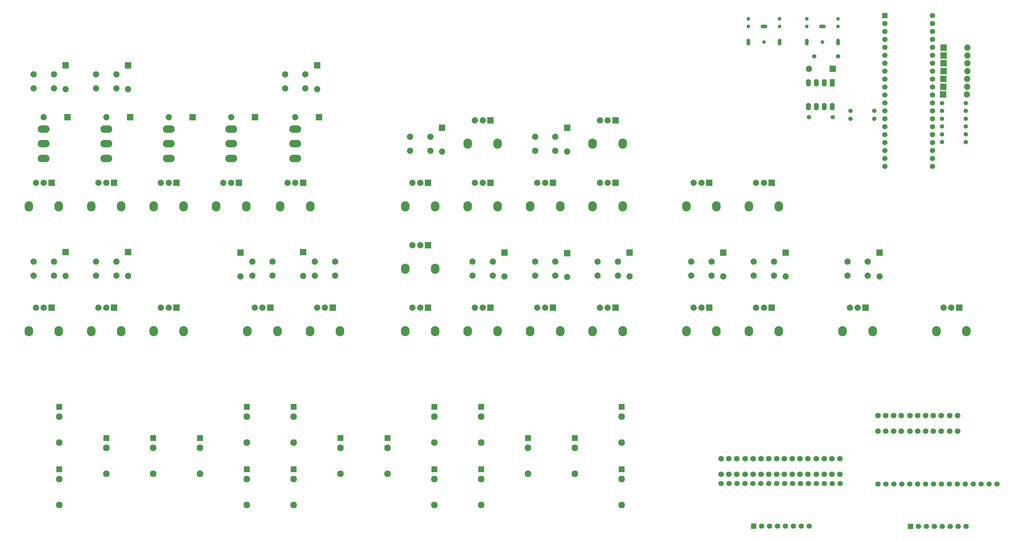
<source format=gbr>
%TF.GenerationSoftware,KiCad,Pcbnew,9.0.1*%
%TF.CreationDate,2025-10-07T14:41:56+01:00*%
%TF.ProjectId,WEASEL_KiCad,57454153-454c-45f4-9b69-4361642e6b69,rev?*%
%TF.SameCoordinates,Original*%
%TF.FileFunction,Soldermask,Top*%
%TF.FilePolarity,Negative*%
%FSLAX46Y46*%
G04 Gerber Fmt 4.6, Leading zero omitted, Abs format (unit mm)*
G04 Created by KiCad (PCBNEW 9.0.1) date 2025-10-07 14:41:56*
%MOMM*%
%LPD*%
G01*
G04 APERTURE LIST*
%ADD10C,1.700000*%
%ADD11R,1.700000X1.700000*%
%ADD12C,1.800000*%
%ADD13O,2.000000X2.000000*%
%ADD14R,2.000000X2.000000*%
%ADD15C,2.000000*%
%ADD16O,2.780000X3.240000*%
%ADD17R,1.930000X1.830000*%
%ADD18C,2.130000*%
%ADD19C,1.397000*%
%ADD20O,3.800000X2.400000*%
%ADD21C,1.200000*%
%ADD22O,1.200000X2.200000*%
%ADD23O,2.200000X1.200000*%
%ADD24R,1.600000X2.400000*%
%ADD25O,1.600000X2.400000*%
G04 APERTURE END LIST*
D10*
%TO.C,U1*%
X261800000Y-176300000D03*
X264340000Y-176300000D03*
X266880000Y-176300000D03*
X269420000Y-176300000D03*
X271960000Y-176300000D03*
X274500000Y-176300000D03*
X277040000Y-176300000D03*
X279580000Y-176300000D03*
X282120000Y-176300000D03*
X284660000Y-176300000D03*
X287200000Y-176300000D03*
X289740000Y-176300000D03*
X292280000Y-176300000D03*
X294820000Y-176300000D03*
X297360000Y-176300000D03*
X299900000Y-176300000D03*
X277280000Y-189900000D03*
D11*
X272200000Y-189900000D03*
D10*
X279820000Y-189900000D03*
X282360000Y-189900000D03*
X284900000Y-189900000D03*
X287440000Y-189900000D03*
X289980000Y-189900000D03*
X274740000Y-189900000D03*
%TD*%
%TO.C,U2*%
X312020000Y-176400000D03*
X314560000Y-176400000D03*
X317100000Y-176400000D03*
X319640000Y-176400000D03*
X322180000Y-176400000D03*
X324720000Y-176400000D03*
X327260000Y-176400000D03*
X329800000Y-176400000D03*
X332340000Y-176400000D03*
X334880000Y-176400000D03*
X337420000Y-176400000D03*
X339960000Y-176400000D03*
X342500000Y-176400000D03*
X345040000Y-176400000D03*
X347580000Y-176400000D03*
X350120000Y-176400000D03*
X327500000Y-190000000D03*
D11*
X322420000Y-190000000D03*
D10*
X330040000Y-190000000D03*
X332580000Y-190000000D03*
X335120000Y-190000000D03*
X337660000Y-190000000D03*
X340200000Y-190000000D03*
X324960000Y-190000000D03*
%TD*%
D12*
%TO.C,C12*%
X289550000Y-168300000D03*
X289550000Y-173300000D03*
%TD*%
%TO.C,C11*%
X287050000Y-168300000D03*
X287050000Y-173300000D03*
%TD*%
%TO.C,C22*%
X324750000Y-154500000D03*
X324750000Y-159500000D03*
%TD*%
%TO.C,C1*%
X261800000Y-168300000D03*
X261800000Y-173300000D03*
%TD*%
%TO.C,C17*%
X312000000Y-154500000D03*
X312000000Y-159500000D03*
%TD*%
%TO.C,C26*%
X335000000Y-154500000D03*
X335000000Y-159500000D03*
%TD*%
%TO.C,C10*%
X284550000Y-168300000D03*
X284550000Y-173300000D03*
%TD*%
%TO.C,C23*%
X327250000Y-154500000D03*
X327250000Y-159500000D03*
%TD*%
%TO.C,C20*%
X319500000Y-154500000D03*
X319500000Y-159500000D03*
%TD*%
%TO.C,C4*%
X269550000Y-168300000D03*
X269550000Y-173300000D03*
%TD*%
%TO.C,C13*%
X294800000Y-168300000D03*
X294800000Y-173300000D03*
%TD*%
%TO.C,C3*%
X266800000Y-168300000D03*
X266800000Y-173300000D03*
%TD*%
%TO.C,C2*%
X264300000Y-168300000D03*
X264300000Y-173300000D03*
%TD*%
%TO.C,C18*%
X314500000Y-154500000D03*
X314500000Y-159500000D03*
%TD*%
%TO.C,C14*%
X297300000Y-168300000D03*
X297300000Y-173300000D03*
%TD*%
%TO.C,C7*%
X277050000Y-168300000D03*
X277050000Y-173300000D03*
%TD*%
%TO.C,C16*%
X299800000Y-168300000D03*
X299800000Y-173300000D03*
%TD*%
%TO.C,C19*%
X317000000Y-154500000D03*
X317000000Y-159500000D03*
%TD*%
%TO.C,C6*%
X274550000Y-168300000D03*
X274550000Y-173300000D03*
%TD*%
%TO.C,C27*%
X337500000Y-154500000D03*
X337500000Y-159500000D03*
%TD*%
%TO.C,C15*%
X292300000Y-168300000D03*
X292300000Y-173300000D03*
%TD*%
%TO.C,C24*%
X329750000Y-154500000D03*
X329750000Y-159500000D03*
%TD*%
%TO.C,C25*%
X332250000Y-154500000D03*
X332250000Y-159500000D03*
%TD*%
%TO.C,C21*%
X322250000Y-154500000D03*
X322250000Y-159500000D03*
%TD*%
%TO.C,C9*%
X282050000Y-168300000D03*
X282050000Y-173300000D03*
%TD*%
%TO.C,C5*%
X272050000Y-168300000D03*
X272050000Y-173300000D03*
%TD*%
%TO.C,C8*%
X279550000Y-168300000D03*
X279550000Y-173300000D03*
%TD*%
D13*
%TO.C,D43*%
X312500000Y-110000000D03*
D14*
X312500000Y-102380000D03*
%TD*%
D15*
%TO.C,SW34*%
X131750000Y-105250000D03*
X138250000Y-105250000D03*
X131750000Y-109750000D03*
X138250000Y-109750000D03*
%TD*%
D14*
%TO.C,D3*%
X332940000Y-46750000D03*
D13*
X340560000Y-46750000D03*
%TD*%
D14*
%TO.C,D34*%
X128000000Y-102190000D03*
D13*
X128000000Y-109810000D03*
%TD*%
D16*
%TO.C,RV9*%
X119800000Y-127500000D03*
X110200000Y-127500000D03*
D14*
X117500000Y-120000000D03*
D15*
X115000000Y-120000000D03*
X112500000Y-120000000D03*
%TD*%
%TO.C,SW43*%
X302250000Y-105250000D03*
X308750000Y-105250000D03*
X302250000Y-109750000D03*
X308750000Y-109750000D03*
%TD*%
D17*
%TO.C,J10*%
X215000000Y-161720000D03*
D18*
X215000000Y-173120000D03*
X215000000Y-164820000D03*
%TD*%
D15*
%TO.C,SW32*%
X61750000Y-105250000D03*
X68250000Y-105250000D03*
X61750000Y-109750000D03*
X68250000Y-109750000D03*
%TD*%
D14*
%TO.C,D33*%
X108000000Y-102380000D03*
D13*
X108000000Y-110000000D03*
%TD*%
D16*
%TO.C,RV22*%
X260300000Y-87500000D03*
X250700000Y-87500000D03*
D14*
X258000000Y-80000000D03*
D15*
X255500000Y-80000000D03*
X253000000Y-80000000D03*
%TD*%
D14*
%TO.C,D44*%
X297564600Y-43500000D03*
D13*
X289944600Y-43500000D03*
%TD*%
D17*
%TO.C,J21*%
X185000000Y-171720000D03*
D18*
X185000000Y-183120000D03*
X185000000Y-174820000D03*
%TD*%
D19*
%TO.C,R2*%
X310810000Y-59500000D03*
X303190000Y-59500000D03*
%TD*%
D16*
%TO.C,RV13*%
X210300000Y-127500000D03*
X200700000Y-127500000D03*
D14*
X208000000Y-120000000D03*
D15*
X205500000Y-120000000D03*
X203000000Y-120000000D03*
%TD*%
D14*
%TO.C,D32*%
X72000000Y-102190000D03*
D13*
X72000000Y-109810000D03*
%TD*%
D15*
%TO.C,SW33*%
X111750000Y-105250000D03*
X118250000Y-105250000D03*
X111750000Y-109750000D03*
X118250000Y-109750000D03*
%TD*%
%TO.C,SW6*%
X61750000Y-45250000D03*
X68250000Y-45250000D03*
X61750000Y-49750000D03*
X68250000Y-49750000D03*
%TD*%
D14*
%TO.C,D45*%
X52620000Y-59000000D03*
D13*
X45000000Y-59000000D03*
%TD*%
D16*
%TO.C,RV6*%
X49800000Y-127500000D03*
X40200000Y-127500000D03*
D14*
X47500000Y-120000000D03*
D15*
X45000000Y-120000000D03*
X42500000Y-120000000D03*
%TD*%
D16*
%TO.C,RV14*%
X230300000Y-127500000D03*
X220700000Y-127500000D03*
D14*
X228000000Y-120000000D03*
D15*
X225500000Y-120000000D03*
X223000000Y-120000000D03*
%TD*%
%TO.C,SW39*%
X202250000Y-65250000D03*
X208750000Y-65250000D03*
X202250000Y-69750000D03*
X208750000Y-69750000D03*
%TD*%
D17*
%TO.C,J8*%
X155000000Y-161720000D03*
D18*
X155000000Y-173120000D03*
X155000000Y-164820000D03*
%TD*%
D14*
%TO.C,D40*%
X262500000Y-102380000D03*
D13*
X262500000Y-110000000D03*
%TD*%
D17*
%TO.C,J19*%
X50000000Y-171720000D03*
D18*
X50000000Y-183120000D03*
X50000000Y-174820000D03*
%TD*%
D17*
%TO.C,J14*%
X125000000Y-151720000D03*
D18*
X125000000Y-163120000D03*
X125000000Y-154820000D03*
%TD*%
D15*
%TO.C,SW2*%
X41747300Y-45250000D03*
X48247300Y-45250000D03*
X41747300Y-49750000D03*
X48247300Y-49750000D03*
%TD*%
D16*
%TO.C,RV10*%
X139800000Y-127500000D03*
X130200000Y-127500000D03*
D14*
X137500000Y-120000000D03*
D15*
X135000000Y-120000000D03*
X132500000Y-120000000D03*
%TD*%
D16*
%TO.C,RV15*%
X170300000Y-107500000D03*
X160700000Y-107500000D03*
D14*
X168000000Y-100000000D03*
D15*
X165500000Y-100000000D03*
X163000000Y-100000000D03*
%TD*%
D16*
%TO.C,RV5*%
X130300000Y-87500000D03*
X120700000Y-87500000D03*
D14*
X128000000Y-80000000D03*
D15*
X125500000Y-80000000D03*
X123000000Y-80000000D03*
%TD*%
D17*
%TO.C,J9*%
X200000000Y-161720000D03*
D18*
X200000000Y-173120000D03*
X200000000Y-164820000D03*
%TD*%
D20*
%TO.C,SW7*%
X125500000Y-62800000D03*
X125500000Y-67500000D03*
X125500000Y-72200000D03*
%TD*%
D14*
%TO.C,D8*%
X333000000Y-36750000D03*
D13*
X340620000Y-36750000D03*
%TD*%
D15*
%TO.C,SW31*%
X41750000Y-105250000D03*
X48250000Y-105250000D03*
X41750000Y-109750000D03*
X48250000Y-109750000D03*
%TD*%
%TO.C,SW36*%
X182250000Y-105250000D03*
X188750000Y-105250000D03*
X182250000Y-109750000D03*
X188750000Y-109750000D03*
%TD*%
%TO.C,SW38*%
X162250000Y-65250000D03*
X168750000Y-65250000D03*
X162250000Y-69750000D03*
X168750000Y-69750000D03*
%TD*%
D16*
%TO.C,RV3*%
X89800000Y-87500000D03*
X80200000Y-87500000D03*
D14*
X87500000Y-80000000D03*
D15*
X85000000Y-80000000D03*
X82500000Y-80000000D03*
%TD*%
D14*
%TO.C,D41*%
X282500000Y-102380000D03*
D13*
X282500000Y-110000000D03*
%TD*%
D14*
%TO.C,D49*%
X133120000Y-59000000D03*
D13*
X125500000Y-59000000D03*
%TD*%
D20*
%TO.C,SW1*%
X44997300Y-62800000D03*
X44997300Y-67500000D03*
X44997300Y-72200000D03*
%TD*%
D16*
%TO.C,RV25*%
X280300000Y-127500000D03*
X270700000Y-127500000D03*
D14*
X278000000Y-120000000D03*
D15*
X275500000Y-120000000D03*
X273000000Y-120000000D03*
%TD*%
D17*
%TO.C,J20*%
X125000000Y-171720000D03*
D18*
X125000000Y-183120000D03*
X125000000Y-174820000D03*
%TD*%
D21*
%TO.C,J2*%
X280494600Y-30000000D03*
X280494600Y-27500000D03*
X275494600Y-35000000D03*
X270494600Y-30000000D03*
X270494600Y-27500000D03*
D22*
X280494600Y-35000000D03*
D23*
X275494600Y-30000000D03*
D22*
X270494600Y-35000000D03*
%TD*%
D19*
%TO.C,R1*%
X310810000Y-57000000D03*
X303190000Y-57000000D03*
%TD*%
D14*
%TO.C,D37*%
X232500000Y-102380000D03*
D13*
X232500000Y-110000000D03*
%TD*%
D14*
%TO.C,D2*%
X332940000Y-49250000D03*
D13*
X340560000Y-49250000D03*
%TD*%
D14*
%TO.C,D31*%
X52000000Y-102190000D03*
D13*
X52000000Y-109810000D03*
%TD*%
D14*
%TO.C,D46*%
X72620000Y-59000000D03*
D13*
X65000000Y-59000000D03*
%TD*%
D17*
%TO.C,J24*%
X230000000Y-171720000D03*
D18*
X230000000Y-183120000D03*
X230000000Y-174820000D03*
%TD*%
D17*
%TO.C,J4*%
X65000000Y-161720000D03*
D18*
X65000000Y-173120000D03*
X65000000Y-164820000D03*
%TD*%
D14*
%TO.C,D36*%
X192500000Y-102380000D03*
D13*
X192500000Y-110000000D03*
%TD*%
D15*
%TO.C,SW35*%
X202250000Y-105250000D03*
X208750000Y-105250000D03*
X202250000Y-109750000D03*
X208750000Y-109750000D03*
%TD*%
D16*
%TO.C,RV18*%
X190300000Y-67500000D03*
X180700000Y-67500000D03*
D14*
X188000000Y-60000000D03*
D15*
X185500000Y-60000000D03*
X183000000Y-60000000D03*
%TD*%
D16*
%TO.C,RV2*%
X69800000Y-87500000D03*
X60200000Y-87500000D03*
D14*
X67500000Y-80000000D03*
D15*
X65000000Y-80000000D03*
X62500000Y-80000000D03*
%TD*%
D16*
%TO.C,RV19*%
X210300000Y-87500000D03*
X200700000Y-87500000D03*
D14*
X208000000Y-80000000D03*
D15*
X205500000Y-80000000D03*
X203000000Y-80000000D03*
%TD*%
%TO.C,SW42*%
X122250000Y-45250000D03*
X128750000Y-45250000D03*
X122250000Y-49750000D03*
X128750000Y-49750000D03*
%TD*%
D19*
%TO.C,R10*%
X299254600Y-39500000D03*
X291634600Y-39500000D03*
%TD*%
D17*
%TO.C,J18*%
X230000000Y-151720000D03*
D18*
X230000000Y-163120000D03*
X230000000Y-154820000D03*
%TD*%
D17*
%TO.C,J15*%
X185000000Y-151720000D03*
D18*
X185000000Y-163120000D03*
X185000000Y-154820000D03*
%TD*%
D14*
%TO.C,D42*%
X132500000Y-42380000D03*
D13*
X132500000Y-50000000D03*
%TD*%
D14*
%TO.C,D47*%
X92620000Y-59000000D03*
D13*
X85000000Y-59000000D03*
%TD*%
D24*
%TO.C,U3*%
X297374600Y-48000000D03*
D25*
X294834600Y-48000000D03*
X292294600Y-48000000D03*
X289754600Y-48000000D03*
X289754600Y-55620000D03*
X292294600Y-55620000D03*
X294834600Y-55620000D03*
X297374600Y-55620000D03*
%TD*%
D16*
%TO.C,RV4*%
X109800000Y-87500000D03*
X100200000Y-87500000D03*
D14*
X107500000Y-80000000D03*
D15*
X105000000Y-80000000D03*
X102500000Y-80000000D03*
%TD*%
D17*
%TO.C,J23*%
X170000000Y-171720000D03*
D18*
X170000000Y-183120000D03*
X170000000Y-174820000D03*
%TD*%
D16*
%TO.C,RV12*%
X190300000Y-127500000D03*
X180700000Y-127500000D03*
D14*
X188000000Y-120000000D03*
D15*
X185500000Y-120000000D03*
X183000000Y-120000000D03*
%TD*%
D14*
%TO.C,D38*%
X172500000Y-62380000D03*
D13*
X172500000Y-70000000D03*
%TD*%
D14*
%TO.C,D30*%
X72000000Y-42380000D03*
D13*
X72000000Y-50000000D03*
%TD*%
D11*
%TO.C,A1*%
X314254600Y-26500000D03*
D10*
X314254600Y-29040000D03*
X314254600Y-31580000D03*
X314254600Y-34120000D03*
X314254600Y-36660000D03*
X314254600Y-39200000D03*
X314254600Y-41740000D03*
X314254600Y-44280000D03*
X314254600Y-46820000D03*
X314254600Y-49360000D03*
X314254600Y-51900000D03*
X314254600Y-54440000D03*
X314254600Y-56980000D03*
X314254600Y-59520000D03*
X314254600Y-62060000D03*
X314254600Y-64600000D03*
X314254600Y-67140000D03*
X314254600Y-69680000D03*
X314254600Y-72220000D03*
X314254600Y-74760000D03*
X329494600Y-74760000D03*
X329494600Y-72220000D03*
X329494600Y-69680000D03*
X329494600Y-67140000D03*
X329494600Y-64600000D03*
X329494600Y-62060000D03*
X329494600Y-59520000D03*
X329494600Y-56980000D03*
X329494600Y-54440000D03*
X329494600Y-51900000D03*
X329494600Y-49360000D03*
X329494600Y-46820000D03*
X329494600Y-44280000D03*
X329494600Y-41740000D03*
X329494600Y-39200000D03*
X329494600Y-36660000D03*
X329494600Y-34120000D03*
X329494600Y-31580000D03*
X329494600Y-29040000D03*
X329494600Y-26500000D03*
%TD*%
D16*
%TO.C,RV27*%
X340300000Y-127500000D03*
X330700000Y-127500000D03*
D14*
X338000000Y-120000000D03*
D15*
X335500000Y-120000000D03*
X333000000Y-120000000D03*
%TD*%
D19*
%TO.C,R5*%
X332500000Y-62000000D03*
X340120000Y-62000000D03*
%TD*%
D16*
%TO.C,RV1*%
X49800000Y-87500000D03*
X40200000Y-87500000D03*
D14*
X47500000Y-80000000D03*
D15*
X45000000Y-80000000D03*
X42500000Y-80000000D03*
%TD*%
D19*
%TO.C,R9*%
X297564600Y-59000000D03*
X289944600Y-59000000D03*
%TD*%
D14*
%TO.C,D6*%
X333000000Y-41750000D03*
D13*
X340620000Y-41750000D03*
%TD*%
D15*
%TO.C,SW40*%
X252250000Y-105250000D03*
X258750000Y-105250000D03*
X252250000Y-109750000D03*
X258750000Y-109750000D03*
%TD*%
D20*
%TO.C,SW3*%
X65000000Y-62800000D03*
X65000000Y-67500000D03*
X65000000Y-72200000D03*
%TD*%
D17*
%TO.C,J7*%
X140000000Y-161720000D03*
D18*
X140000000Y-173120000D03*
X140000000Y-164820000D03*
%TD*%
D14*
%TO.C,D48*%
X112620000Y-59000000D03*
D13*
X105000000Y-59000000D03*
%TD*%
D16*
%TO.C,RV11*%
X170300000Y-127500000D03*
X160700000Y-127500000D03*
D14*
X168000000Y-120000000D03*
D15*
X165500000Y-120000000D03*
X163000000Y-120000000D03*
%TD*%
D16*
%TO.C,RV26*%
X310300000Y-127500000D03*
X300700000Y-127500000D03*
D14*
X308000000Y-120000000D03*
D15*
X305500000Y-120000000D03*
X303000000Y-120000000D03*
%TD*%
D16*
%TO.C,RV23*%
X280300000Y-87500000D03*
X270700000Y-87500000D03*
D14*
X278000000Y-80000000D03*
D15*
X275500000Y-80000000D03*
X273000000Y-80000000D03*
%TD*%
D14*
%TO.C,D39*%
X212500000Y-62380000D03*
D13*
X212500000Y-70000000D03*
%TD*%
D17*
%TO.C,J22*%
X110000000Y-171720000D03*
D18*
X110000000Y-183120000D03*
X110000000Y-174820000D03*
%TD*%
D16*
%TO.C,RV7*%
X69800000Y-127500000D03*
X60200000Y-127500000D03*
D14*
X67500000Y-120000000D03*
D15*
X65000000Y-120000000D03*
X62500000Y-120000000D03*
%TD*%
D19*
%TO.C,R4*%
X332500000Y-64500000D03*
X340120000Y-64500000D03*
%TD*%
D16*
%TO.C,RV17*%
X190300000Y-87500000D03*
X180700000Y-87500000D03*
D14*
X188000000Y-80000000D03*
D15*
X185500000Y-80000000D03*
X183000000Y-80000000D03*
%TD*%
D16*
%TO.C,RV20*%
X230300000Y-87500000D03*
X220700000Y-87500000D03*
D14*
X228000000Y-80000000D03*
D15*
X225500000Y-80000000D03*
X223000000Y-80000000D03*
%TD*%
D17*
%TO.C,J6*%
X95000000Y-161720000D03*
D18*
X95000000Y-173120000D03*
X95000000Y-164820000D03*
%TD*%
D14*
%TO.C,D1*%
X332880000Y-51750000D03*
D13*
X340500000Y-51750000D03*
%TD*%
D14*
%TO.C,D4*%
X333000000Y-44250000D03*
D13*
X340620000Y-44250000D03*
%TD*%
D14*
%TO.C,D5*%
X52000000Y-42380000D03*
D13*
X52000000Y-50000000D03*
%TD*%
D21*
%TO.C,J1*%
X299254600Y-30000000D03*
X299254600Y-27500000D03*
X294254600Y-35000000D03*
X289254600Y-30000000D03*
X289254600Y-27500000D03*
D22*
X299254600Y-35000000D03*
D23*
X294254600Y-30000000D03*
D22*
X289254600Y-35000000D03*
%TD*%
D20*
%TO.C,SW5*%
X105000000Y-62800000D03*
X105000000Y-67500000D03*
X105000000Y-72200000D03*
%TD*%
D17*
%TO.C,J16*%
X110000000Y-151720000D03*
D18*
X110000000Y-163120000D03*
X110000000Y-154820000D03*
%TD*%
D17*
%TO.C,J17*%
X170000000Y-151720000D03*
D18*
X170000000Y-163120000D03*
X170000000Y-154820000D03*
%TD*%
D16*
%TO.C,RV16*%
X170300000Y-87500000D03*
X160700000Y-87500000D03*
D14*
X168000000Y-80000000D03*
D15*
X165500000Y-80000000D03*
X163000000Y-80000000D03*
%TD*%
%TO.C,SW37*%
X222250000Y-105250000D03*
X228750000Y-105250000D03*
X222250000Y-109750000D03*
X228750000Y-109750000D03*
%TD*%
%TO.C,SW41*%
X272250000Y-105250000D03*
X278750000Y-105250000D03*
X272250000Y-109750000D03*
X278750000Y-109750000D03*
%TD*%
D17*
%TO.C,J5*%
X80000000Y-161720000D03*
D18*
X80000000Y-173120000D03*
X80000000Y-164820000D03*
%TD*%
D19*
%TO.C,R8*%
X332500000Y-54500000D03*
X340120000Y-54500000D03*
%TD*%
D20*
%TO.C,SW4*%
X85000000Y-62800000D03*
X85000000Y-67500000D03*
X85000000Y-72200000D03*
%TD*%
D16*
%TO.C,RV8*%
X89800000Y-127500000D03*
X80200000Y-127500000D03*
D14*
X87500000Y-120000000D03*
D15*
X85000000Y-120000000D03*
X82500000Y-120000000D03*
%TD*%
D16*
%TO.C,RV24*%
X260300000Y-127500000D03*
X250700000Y-127500000D03*
D14*
X258000000Y-120000000D03*
D15*
X255500000Y-120000000D03*
X253000000Y-120000000D03*
%TD*%
D19*
%TO.C,R6*%
X332500000Y-59500000D03*
X340120000Y-59500000D03*
%TD*%
D14*
%TO.C,D7*%
X333000000Y-39250000D03*
D13*
X340620000Y-39250000D03*
%TD*%
D19*
%TO.C,R3*%
X332500000Y-67000000D03*
X340120000Y-67000000D03*
%TD*%
D17*
%TO.C,J3*%
X50000000Y-151720000D03*
D18*
X50000000Y-163120000D03*
X50000000Y-154820000D03*
%TD*%
D16*
%TO.C,RV21*%
X230300000Y-67500000D03*
X220700000Y-67500000D03*
D14*
X228000000Y-60000000D03*
D15*
X225500000Y-60000000D03*
X223000000Y-60000000D03*
%TD*%
D19*
%TO.C,R7*%
X332500000Y-57000000D03*
X340120000Y-57000000D03*
%TD*%
D14*
%TO.C,D35*%
X212500000Y-102500000D03*
D13*
X212500000Y-110120000D03*
%TD*%
M02*

</source>
